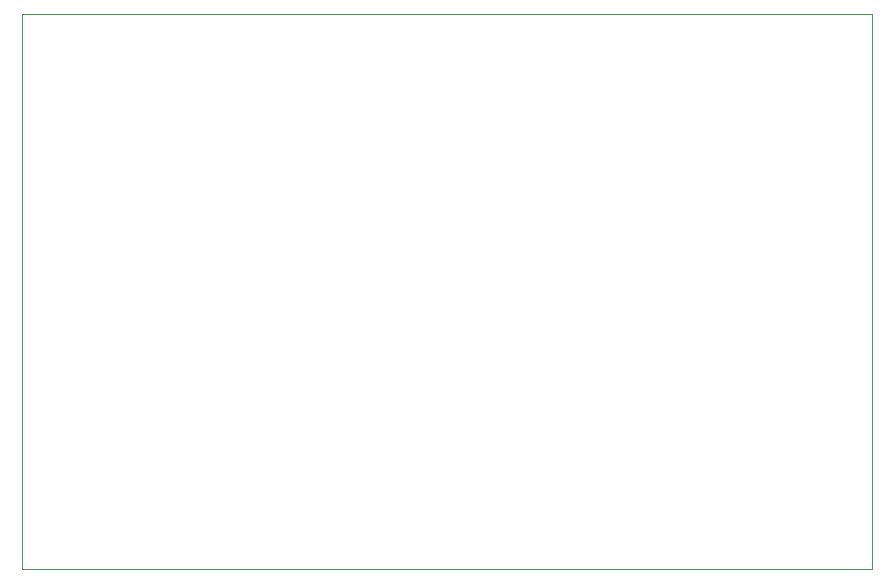
<source format=gbr>
%TF.GenerationSoftware,KiCad,Pcbnew,(5.1.9)-1*%
%TF.CreationDate,2022-06-16T11:17:04+09:00*%
%TF.ProjectId,Receiver,52656365-6976-4657-922e-6b696361645f,rev?*%
%TF.SameCoordinates,Original*%
%TF.FileFunction,Profile,NP*%
%FSLAX46Y46*%
G04 Gerber Fmt 4.6, Leading zero omitted, Abs format (unit mm)*
G04 Created by KiCad (PCBNEW (5.1.9)-1) date 2022-06-16 11:17:04*
%MOMM*%
%LPD*%
G01*
G04 APERTURE LIST*
%TA.AperFunction,Profile*%
%ADD10C,0.050000*%
%TD*%
G04 APERTURE END LIST*
D10*
X153000000Y-105000000D02*
X81000000Y-105000000D01*
X153000000Y-152000000D02*
X153000000Y-105000000D01*
X81000000Y-152000000D02*
X153000000Y-152000000D01*
X81000000Y-152000000D02*
X81000000Y-105000000D01*
M02*

</source>
